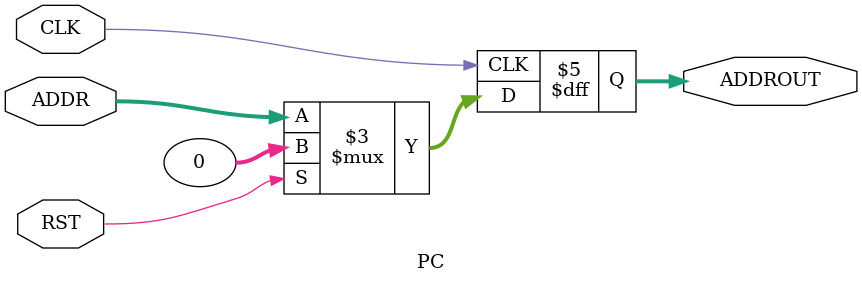
<source format=v>
module PC(ADDR, ADDROUT, CLK, RST);
    input CLK;
    input [31:0] ADDR;
    input RST;
    output reg [31:0] ADDROUT;

    
    always @(posedge CLK) begin
        if (RST) ADDROUT <= 0; else begin
        ADDROUT <= ADDR;
        $display("CLK!!!!!!!!!!");
        end
    end


endmodule
</source>
